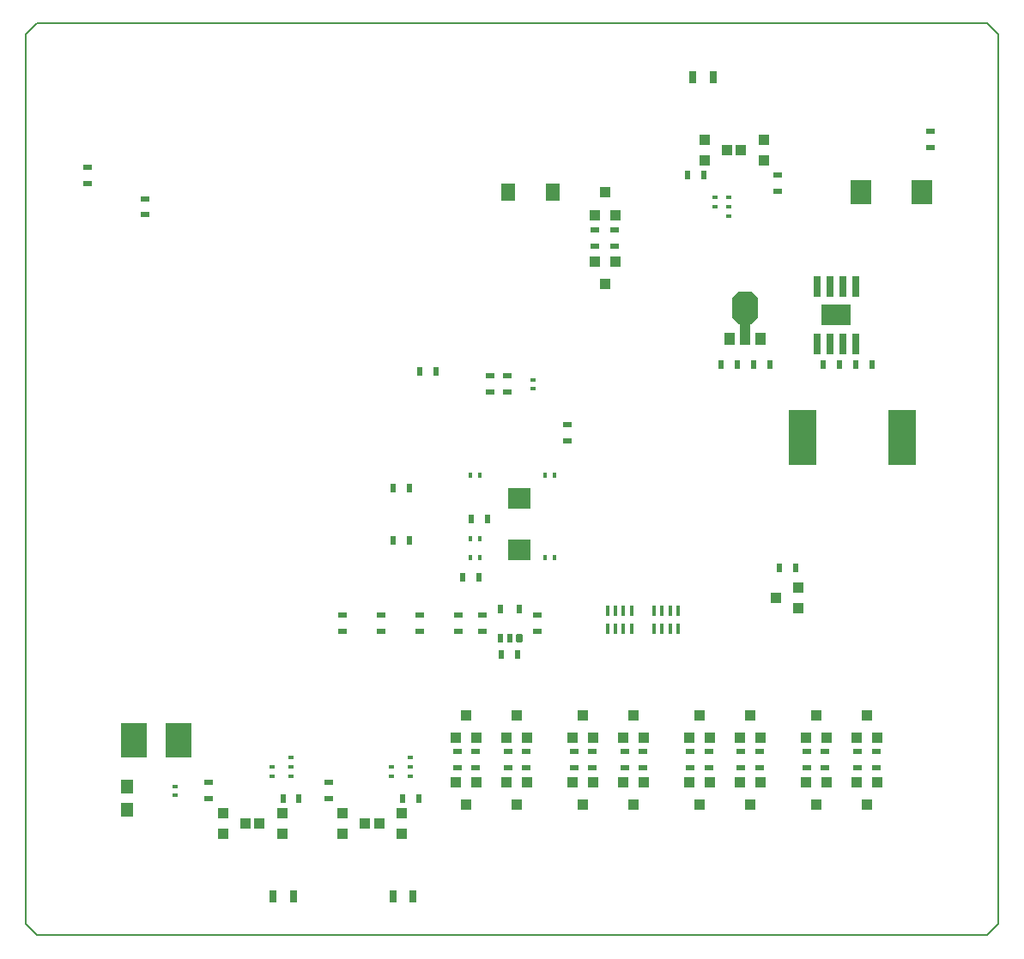
<source format=gbp>
G04*
G04 #@! TF.GenerationSoftware,Altium Limited,Altium Designer,22.5.1 (42)*
G04*
G04 Layer_Color=128*
%FSLAX44Y44*%
%MOMM*%
G71*
G04*
G04 #@! TF.SameCoordinates,C65D4A69-D674-4943-BDF1-1C6FB35B3B05*
G04*
G04*
G04 #@! TF.FilePolarity,Positive*
G04*
G01*
G75*
%ADD10C,0.2000*%
%ADD15R,2.0000X2.4000*%
%ADD16R,0.9000X0.6000*%
%ADD17R,0.6000X0.9000*%
%ADD20R,0.4000X1.0000*%
%ADD21R,0.7000X1.3000*%
%ADD23R,0.7000X2.0000*%
%ADD74R,0.6000X0.4000*%
%ADD75R,1.0000X1.0000*%
%ADD76R,1.0000X1.0000*%
%ADD77R,2.2800X2.0300*%
%ADD78R,0.4000X0.6000*%
%ADD79R,1.2000X1.4000*%
%ADD80R,2.5000X3.5000*%
%ADD81R,2.8000X5.4000*%
%ADD82R,3.0000X2.0000*%
%ADD83R,1.4000X1.7000*%
G04:AMPARAMS|DCode=84|XSize=0.6mm|YSize=0.9mm|CornerRadius=0.15mm|HoleSize=0mm|Usage=FLASHONLY|Rotation=180.000|XOffset=0mm|YOffset=0mm|HoleType=Round|Shape=RoundedRectangle|*
%AMROUNDEDRECTD84*
21,1,0.6000,0.6000,0,0,180.0*
21,1,0.3000,0.9000,0,0,180.0*
1,1,0.3000,-0.1500,0.3000*
1,1,0.3000,0.1500,0.3000*
1,1,0.3000,0.1500,-0.3000*
1,1,0.3000,-0.1500,-0.3000*
%
%ADD84ROUNDEDRECTD84*%
%ADD85R,1.0000X1.3000*%
%ADD86R,1.0000X2.2000*%
G04:AMPARAMS|DCode=87|XSize=2.5mm|YSize=3.2mm|CornerRadius=0mm|HoleSize=0mm|Usage=FLASHONLY|Rotation=180.000|XOffset=0mm|YOffset=0mm|HoleType=Round|Shape=Octagon|*
%AMOCTAGOND87*
4,1,8,0.6250,-1.6000,-0.6250,-1.6000,-1.2500,-0.9750,-1.2500,0.9750,-0.6250,1.6000,0.6250,1.6000,1.2500,0.9750,1.2500,-0.9750,0.6250,-1.6000,0.0*
%
%ADD87OCTAGOND87*%

D10*
X0Y11000D02*
Y889000D01*
Y11000D02*
X11000Y0D01*
X949000D01*
X960000Y11000D01*
Y889000D01*
X949000Y900000D02*
X960000Y889000D01*
X11000Y900000D02*
X949000D01*
X0Y889000D02*
X11000Y900000D01*
D15*
X824000Y733000D02*
D03*
X884000D02*
D03*
D16*
X475500Y536230D02*
D03*
Y552230D02*
D03*
X351000Y316000D02*
D03*
Y300000D02*
D03*
X313000Y316000D02*
D03*
Y300000D02*
D03*
X535000Y488000D02*
D03*
Y504000D02*
D03*
X591000Y165000D02*
D03*
Y181000D02*
D03*
X609000D02*
D03*
Y165000D02*
D03*
X541000Y181000D02*
D03*
Y165000D02*
D03*
X559000D02*
D03*
Y181000D02*
D03*
X299000Y135000D02*
D03*
Y151000D02*
D03*
X821000Y181000D02*
D03*
Y165000D02*
D03*
X839000D02*
D03*
Y181000D02*
D03*
X426000D02*
D03*
Y165000D02*
D03*
X444000D02*
D03*
Y181000D02*
D03*
X476000Y165000D02*
D03*
Y181000D02*
D03*
X494000D02*
D03*
Y165000D02*
D03*
X771000Y181000D02*
D03*
Y165000D02*
D03*
X789000D02*
D03*
Y181000D02*
D03*
X427000Y300000D02*
D03*
Y316000D02*
D03*
X389000Y300000D02*
D03*
Y316000D02*
D03*
X724000Y165000D02*
D03*
X706000Y181000D02*
D03*
X117976Y727000D02*
D03*
Y711000D02*
D03*
X450702Y300000D02*
D03*
Y316000D02*
D03*
X893000Y777250D02*
D03*
Y793250D02*
D03*
X458500Y552230D02*
D03*
Y536230D02*
D03*
X581000Y696000D02*
D03*
X674000Y181000D02*
D03*
X562000Y696000D02*
D03*
X656000Y165000D02*
D03*
X724000Y181000D02*
D03*
X706000Y165000D02*
D03*
X61000Y742000D02*
D03*
Y758000D02*
D03*
X742000Y734000D02*
D03*
X181000Y151000D02*
D03*
X581000Y680000D02*
D03*
X562000D02*
D03*
X742000Y750000D02*
D03*
X181000Y135000D02*
D03*
X674000Y165000D02*
D03*
X656000Y181000D02*
D03*
X504702Y300000D02*
D03*
Y316000D02*
D03*
D17*
X743760Y362850D02*
D03*
X759760D02*
D03*
X389000Y556000D02*
D03*
X405000D02*
D03*
X372000Y135000D02*
D03*
X388000D02*
D03*
X787000Y563000D02*
D03*
X803000D02*
D03*
X819000D02*
D03*
X835000D02*
D03*
X702000D02*
D03*
X686000D02*
D03*
X718000D02*
D03*
X734000D02*
D03*
X379000Y441000D02*
D03*
X363000D02*
D03*
X379000Y390000D02*
D03*
X363000D02*
D03*
X653000Y750000D02*
D03*
X270000Y135000D02*
D03*
X669000Y750000D02*
D03*
X254000Y135000D02*
D03*
X485702Y277000D02*
D03*
X469702D02*
D03*
X487227Y321575D02*
D03*
X468177D02*
D03*
X477702Y293000D02*
D03*
X468177D02*
D03*
X431000Y353000D02*
D03*
X447000D02*
D03*
X440000Y411000D02*
D03*
X456000D02*
D03*
D20*
X644000Y320000D02*
D03*
X620000D02*
D03*
X636000D02*
D03*
X628000D02*
D03*
X644000Y302000D02*
D03*
X620000D02*
D03*
X636000D02*
D03*
X628000D02*
D03*
X598000Y320000D02*
D03*
X574000D02*
D03*
X590000D02*
D03*
X582000D02*
D03*
X598000Y302000D02*
D03*
X574000D02*
D03*
X590000D02*
D03*
X582000D02*
D03*
D21*
X382500Y38082D02*
D03*
X362500D02*
D03*
X678500Y846918D02*
D03*
X658500D02*
D03*
X244500Y38082D02*
D03*
X264500D02*
D03*
D23*
X819050Y640575D02*
D03*
X793650D02*
D03*
X780950D02*
D03*
X819050Y583425D02*
D03*
X793650D02*
D03*
X780950D02*
D03*
X806350Y640575D02*
D03*
Y583425D02*
D03*
D74*
X694000Y728000D02*
D03*
Y719000D02*
D03*
Y710000D02*
D03*
Y719000D02*
D03*
X380000Y175000D02*
D03*
Y166000D02*
D03*
X262000Y175000D02*
D03*
Y166000D02*
D03*
X380000D02*
D03*
Y157000D02*
D03*
X262000Y166000D02*
D03*
Y157000D02*
D03*
X361000Y157000D02*
D03*
Y166000D02*
D03*
X500500Y539230D02*
D03*
Y548230D02*
D03*
X148000Y138000D02*
D03*
Y147000D02*
D03*
X680000Y719000D02*
D03*
Y728000D02*
D03*
X243000Y166000D02*
D03*
Y157000D02*
D03*
D75*
X762760Y322530D02*
D03*
Y342850D02*
D03*
X740662Y332690D02*
D03*
X335000Y110000D02*
D03*
X312902Y99840D02*
D03*
Y120160D02*
D03*
X371098Y99840D02*
D03*
Y120160D02*
D03*
X349000Y110000D02*
D03*
X669902Y785160D02*
D03*
Y764840D02*
D03*
X692000Y775000D02*
D03*
X253098Y99840D02*
D03*
Y120160D02*
D03*
X231000Y110000D02*
D03*
X706000Y775000D02*
D03*
X728098Y785160D02*
D03*
Y764840D02*
D03*
X217000Y110000D02*
D03*
X194902Y99840D02*
D03*
Y120160D02*
D03*
D76*
X600000Y129000D02*
D03*
X589840Y151098D02*
D03*
X610160D02*
D03*
X589840Y194902D02*
D03*
X610160D02*
D03*
X600000Y217000D02*
D03*
X550000Y129000D02*
D03*
X539840Y151098D02*
D03*
X560160D02*
D03*
X539840Y194902D02*
D03*
X560160D02*
D03*
X550000Y217000D02*
D03*
X424840Y194902D02*
D03*
X445160D02*
D03*
X435000Y217000D02*
D03*
X830000Y129000D02*
D03*
X819840Y151098D02*
D03*
X840160D02*
D03*
X819840Y194902D02*
D03*
X840160D02*
D03*
X830000Y217000D02*
D03*
X445160Y151098D02*
D03*
X424840D02*
D03*
X435000Y129000D02*
D03*
X495160Y151098D02*
D03*
X474840D02*
D03*
X485000Y129000D02*
D03*
X474840Y194902D02*
D03*
X495160D02*
D03*
X485000Y217000D02*
D03*
X780000Y129000D02*
D03*
X769840Y151098D02*
D03*
X790160D02*
D03*
X769840Y194902D02*
D03*
X790160D02*
D03*
X780000Y217000D02*
D03*
X715000D02*
D03*
X725160Y194902D02*
D03*
X704840D02*
D03*
X665000Y217000D02*
D03*
X675160Y194902D02*
D03*
X654840D02*
D03*
X572000Y643000D02*
D03*
X561840Y665098D02*
D03*
X582160D02*
D03*
X561840Y710902D02*
D03*
X582160D02*
D03*
X572000Y733000D02*
D03*
X665000Y129000D02*
D03*
X654840Y151098D02*
D03*
X675160D02*
D03*
X715000Y129000D02*
D03*
X704840Y151098D02*
D03*
X725160D02*
D03*
D77*
X487000Y380000D02*
D03*
Y431000D02*
D03*
D78*
X522000Y373000D02*
D03*
X513000D02*
D03*
X448000D02*
D03*
X439000D02*
D03*
X522000Y454000D02*
D03*
X513000D02*
D03*
X439000D02*
D03*
X448000D02*
D03*
X439000Y391000D02*
D03*
X448000D02*
D03*
D79*
X100000Y147000D02*
D03*
Y124000D02*
D03*
D80*
X107000Y192000D02*
D03*
X151450D02*
D03*
D81*
X865000Y491000D02*
D03*
X767000D02*
D03*
D82*
X800000Y612000D02*
D03*
D83*
X520000Y733000D02*
D03*
X476000D02*
D03*
D84*
X487227Y293000D02*
D03*
D85*
X725000Y589000D02*
D03*
X695000D02*
D03*
D86*
X710000Y593500D02*
D03*
D87*
Y619000D02*
D03*
M02*

</source>
